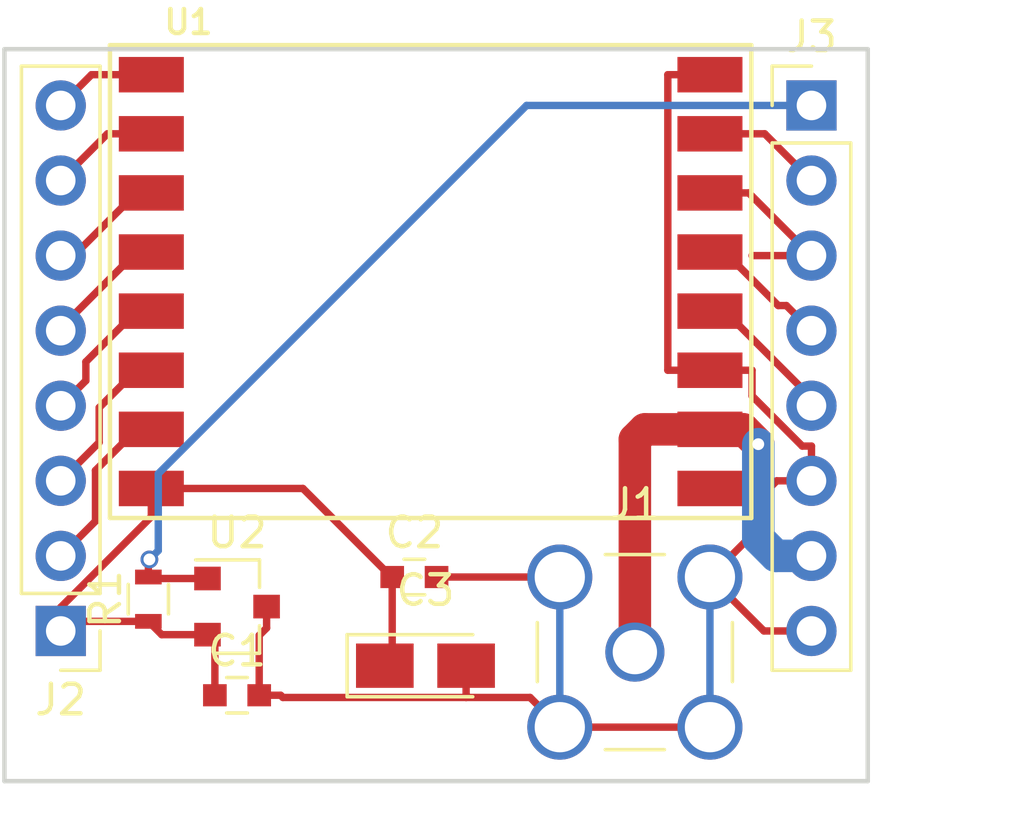
<source format=kicad_pcb>
(kicad_pcb (version 20171130) (host pcbnew "(5.1.12)-1")

  (general
    (thickness 1.6)
    (drawings 6)
    (tracks 97)
    (zones 0)
    (modules 9)
    (nets 16)
  )

  (page A4)
  (layers
    (0 F.Cu signal)
    (31 B.Cu signal)
    (32 B.Adhes user hide)
    (33 F.Adhes user hide)
    (34 B.Paste user hide)
    (35 F.Paste user hide)
    (36 B.SilkS user)
    (37 F.SilkS user)
    (38 B.Mask user)
    (39 F.Mask user)
    (40 Dwgs.User user)
    (41 Cmts.User user)
    (42 Eco1.User user)
    (43 Eco2.User user)
    (44 Edge.Cuts user)
    (45 Margin user)
    (46 B.CrtYd user)
    (47 F.CrtYd user)
    (48 B.Fab user)
    (49 F.Fab user)
  )

  (setup
    (last_trace_width 0.25)
    (trace_clearance 0.2)
    (zone_clearance 0.4)
    (zone_45_only no)
    (trace_min 0.2)
    (via_size 0.6)
    (via_drill 0.4)
    (via_min_size 0.4)
    (via_min_drill 0.3)
    (uvia_size 0.3)
    (uvia_drill 0.1)
    (uvias_allowed no)
    (uvia_min_size 0.2)
    (uvia_min_drill 0.1)
    (edge_width 0.15)
    (segment_width 0.2)
    (pcb_text_width 0.3)
    (pcb_text_size 1.5 1.5)
    (mod_edge_width 0.15)
    (mod_text_size 1 1)
    (mod_text_width 0.15)
    (pad_size 1.524 1.524)
    (pad_drill 0.762)
    (pad_to_mask_clearance 0.2)
    (aux_axis_origin 0 0)
    (visible_elements 7FFFFFFF)
    (pcbplotparams
      (layerselection 0x00030_80000001)
      (usegerberextensions false)
      (usegerberattributes true)
      (usegerberadvancedattributes true)
      (creategerberjobfile true)
      (excludeedgelayer true)
      (linewidth 0.100000)
      (plotframeref false)
      (viasonmask false)
      (mode 1)
      (useauxorigin false)
      (hpglpennumber 1)
      (hpglpenspeed 20)
      (hpglpendiameter 15.000000)
      (psnegative false)
      (psa4output false)
      (plotreference true)
      (plotvalue true)
      (plotinvisibletext false)
      (padsonsilk false)
      (subtractmaskfromsilk false)
      (outputformat 1)
      (mirror false)
      (drillshape 1)
      (scaleselection 1)
      (outputdirectory ""))
  )

  (net 0 "")
  (net 1 +3V3)
  (net 2 GND)
  (net 3 /ANA)
  (net 4 /RST)
  (net 5 /DIO0)
  (net 6 /DIO1)
  (net 7 /DIO2)
  (net 8 /DIO3)
  (net 9 /DIO4)
  (net 10 /DIO5)
  (net 11 /SCK)
  (net 12 /MISO)
  (net 13 /MOSI)
  (net 14 /NSS)
  (net 15 /ATSHA)

  (net_class Default "Dies ist die voreingestellte Netzklasse."
    (clearance 0.2)
    (trace_width 0.25)
    (via_dia 0.6)
    (via_drill 0.4)
    (uvia_dia 0.3)
    (uvia_drill 0.1)
    (add_net +3V3)
    (add_net /ATSHA)
    (add_net /DIO0)
    (add_net /DIO1)
    (add_net /DIO2)
    (add_net /DIO3)
    (add_net /DIO4)
    (add_net /DIO5)
    (add_net /MISO)
    (add_net /MOSI)
    (add_net /NSS)
    (add_net /RST)
    (add_net /SCK)
    (add_net GND)
  )

  (net_class ANT ""
    (clearance 0.2)
    (trace_width 1.1)
    (via_dia 0.6)
    (via_drill 0.4)
    (uvia_dia 0.3)
    (uvia_drill 0.1)
    (add_net /ANA)
  )

  (module Capacitors_SMD:C_0603 (layer F.Cu) (tedit 58AA844E) (tstamp 5907576C)
    (at 158.365 124.095)
    (descr "Capacitor SMD 0603, reflow soldering, AVX (see smccp.pdf)")
    (tags "capacitor 0603")
    (path /5907555C)
    (attr smd)
    (fp_text reference C1 (at 0 -1.5) (layer F.SilkS)
      (effects (font (size 1 1) (thickness 0.15)))
    )
    (fp_text value C (at 0 1.5) (layer F.Fab)
      (effects (font (size 1 1) (thickness 0.15)))
    )
    (fp_line (start 1.4 0.65) (end -1.4 0.65) (layer F.CrtYd) (width 0.05))
    (fp_line (start 1.4 0.65) (end 1.4 -0.65) (layer F.CrtYd) (width 0.05))
    (fp_line (start -1.4 -0.65) (end -1.4 0.65) (layer F.CrtYd) (width 0.05))
    (fp_line (start -1.4 -0.65) (end 1.4 -0.65) (layer F.CrtYd) (width 0.05))
    (fp_line (start 0.35 0.6) (end -0.35 0.6) (layer F.SilkS) (width 0.12))
    (fp_line (start -0.35 -0.6) (end 0.35 -0.6) (layer F.SilkS) (width 0.12))
    (fp_line (start -0.8 -0.4) (end 0.8 -0.4) (layer F.Fab) (width 0.1))
    (fp_line (start 0.8 -0.4) (end 0.8 0.4) (layer F.Fab) (width 0.1))
    (fp_line (start 0.8 0.4) (end -0.8 0.4) (layer F.Fab) (width 0.1))
    (fp_line (start -0.8 0.4) (end -0.8 -0.4) (layer F.Fab) (width 0.1))
    (fp_text user %R (at 0 -1.5) (layer F.Fab)
      (effects (font (size 1 1) (thickness 0.15)))
    )
    (pad 1 smd rect (at -0.75 0) (size 0.8 0.75) (layers F.Cu F.Paste F.Mask)
      (net 1 +3V3))
    (pad 2 smd rect (at 0.75 0) (size 0.8 0.75) (layers F.Cu F.Paste F.Mask)
      (net 2 GND))
    (model Capacitors_SMD.3dshapes/C_0603.wrl
      (at (xyz 0 0 0))
      (scale (xyz 1 1 1))
      (rotate (xyz 0 0 0))
    )
  )

  (module Capacitors_SMD:C_0603 (layer F.Cu) (tedit 58AA844E) (tstamp 59075772)
    (at 164.365 120.095)
    (descr "Capacitor SMD 0603, reflow soldering, AVX (see smccp.pdf)")
    (tags "capacitor 0603")
    (path /590755A0)
    (attr smd)
    (fp_text reference C2 (at 0 -1.5) (layer F.SilkS)
      (effects (font (size 1 1) (thickness 0.15)))
    )
    (fp_text value C (at 0 1.5) (layer F.Fab)
      (effects (font (size 1 1) (thickness 0.15)))
    )
    (fp_line (start 1.4 0.65) (end -1.4 0.65) (layer F.CrtYd) (width 0.05))
    (fp_line (start 1.4 0.65) (end 1.4 -0.65) (layer F.CrtYd) (width 0.05))
    (fp_line (start -1.4 -0.65) (end -1.4 0.65) (layer F.CrtYd) (width 0.05))
    (fp_line (start -1.4 -0.65) (end 1.4 -0.65) (layer F.CrtYd) (width 0.05))
    (fp_line (start 0.35 0.6) (end -0.35 0.6) (layer F.SilkS) (width 0.12))
    (fp_line (start -0.35 -0.6) (end 0.35 -0.6) (layer F.SilkS) (width 0.12))
    (fp_line (start -0.8 -0.4) (end 0.8 -0.4) (layer F.Fab) (width 0.1))
    (fp_line (start 0.8 -0.4) (end 0.8 0.4) (layer F.Fab) (width 0.1))
    (fp_line (start 0.8 0.4) (end -0.8 0.4) (layer F.Fab) (width 0.1))
    (fp_line (start -0.8 0.4) (end -0.8 -0.4) (layer F.Fab) (width 0.1))
    (fp_text user %R (at 0 -1.5) (layer F.Fab)
      (effects (font (size 1 1) (thickness 0.15)))
    )
    (pad 1 smd rect (at -0.75 0) (size 0.8 0.75) (layers F.Cu F.Paste F.Mask)
      (net 1 +3V3))
    (pad 2 smd rect (at 0.75 0) (size 0.8 0.75) (layers F.Cu F.Paste F.Mask)
      (net 2 GND))
    (model Capacitors_SMD.3dshapes/C_0603.wrl
      (at (xyz 0 0 0))
      (scale (xyz 1 1 1))
      (rotate (xyz 0 0 0))
    )
  )

  (module Capacitors_Tantalum_SMD:CP_Tantalum_Case-S_EIA-3216-12_Reflow (layer F.Cu) (tedit 57B6E980) (tstamp 59075778)
    (at 164.74 123.095)
    (descr "Tantalum capacitor, Case S, EIA 3216-12, 3.2x1.6x1.2mm, Reflow soldering footprint")
    (tags "capacitor tantalum smd")
    (path /590755C8)
    (attr smd)
    (fp_text reference C3 (at 0 -2.55) (layer F.SilkS)
      (effects (font (size 1 1) (thickness 0.15)))
    )
    (fp_text value CP (at 0 2.55) (layer F.Fab)
      (effects (font (size 1 1) (thickness 0.15)))
    )
    (fp_line (start -2.65 -1.05) (end -2.65 1.05) (layer F.SilkS) (width 0.12))
    (fp_line (start -2.65 1.05) (end 1.6 1.05) (layer F.SilkS) (width 0.12))
    (fp_line (start -2.65 -1.05) (end 1.6 -1.05) (layer F.SilkS) (width 0.12))
    (fp_line (start -1.12 -0.8) (end -1.12 0.8) (layer F.Fab) (width 0.1))
    (fp_line (start -1.28 -0.8) (end -1.28 0.8) (layer F.Fab) (width 0.1))
    (fp_line (start 1.6 -0.8) (end -1.6 -0.8) (layer F.Fab) (width 0.1))
    (fp_line (start 1.6 0.8) (end 1.6 -0.8) (layer F.Fab) (width 0.1))
    (fp_line (start -1.6 0.8) (end 1.6 0.8) (layer F.Fab) (width 0.1))
    (fp_line (start -1.6 -0.8) (end -1.6 0.8) (layer F.Fab) (width 0.1))
    (fp_line (start 2.75 -1.2) (end -2.75 -1.2) (layer F.CrtYd) (width 0.05))
    (fp_line (start 2.75 1.2) (end 2.75 -1.2) (layer F.CrtYd) (width 0.05))
    (fp_line (start -2.75 1.2) (end 2.75 1.2) (layer F.CrtYd) (width 0.05))
    (fp_line (start -2.75 -1.2) (end -2.75 1.2) (layer F.CrtYd) (width 0.05))
    (pad 1 smd rect (at -1.375 0) (size 1.95 1.5) (layers F.Cu F.Paste F.Mask)
      (net 1 +3V3))
    (pad 2 smd rect (at 1.375 0) (size 1.95 1.5) (layers F.Cu F.Paste F.Mask)
      (net 2 GND))
    (model Capacitors_Tantalum_SMD.3dshapes/CP_Tantalum_Case-S_EIA-3216-12.wrl
      (at (xyz 0 0 0))
      (scale (xyz 1 1 1))
      (rotate (xyz 0 0 0))
    )
  )

  (module Connect:SMA_THT_Jack_Straight (layer F.Cu) (tedit 59075CBC) (tstamp 59075781)
    (at 171.825 122.635)
    (descr "SMA pcb through hole jack")
    (tags "SMA THT Jack Straight")
    (path /59075B82)
    (fp_text reference J1 (at 0 -5) (layer F.SilkS)
      (effects (font (size 1 1) (thickness 0.15)))
    )
    (fp_text value CONN_COAXIAL (at 0 5) (layer F.Fab) hide
      (effects (font (size 1 1) (thickness 0.15)))
    )
    (fp_circle (center 0 0) (end 0.635 0) (layer F.Fab) (width 0.1))
    (fp_circle (center 0 0) (end 2.04 0) (layer F.Fab) (width 0.1))
    (fp_line (start 2.03 3.05) (end 3.05 3.05) (layer F.Fab) (width 0.1))
    (fp_line (start 3.05 2.03) (end 3.05 3.05) (layer F.Fab) (width 0.1))
    (fp_line (start -3.05 3.05) (end -3.05 2.03) (layer F.Fab) (width 0.1))
    (fp_line (start -3.05 3.05) (end -2.03 3.05) (layer F.Fab) (width 0.1))
    (fp_line (start -3.05 -3.05) (end -2.03 -3.05) (layer F.Fab) (width 0.1))
    (fp_line (start -3.05 -3.05) (end -3.05 -2.03) (layer F.Fab) (width 0.1))
    (fp_line (start 3.05 -3.05) (end 3.05 -2.03) (layer F.Fab) (width 0.1))
    (fp_line (start 4.14 4.14) (end -4.14 4.14) (layer F.CrtYd) (width 0.05))
    (fp_line (start 4.14 4.14) (end 4.14 -4.14) (layer F.CrtYd) (width 0.05))
    (fp_line (start -4.14 -4.14) (end -4.14 4.14) (layer F.CrtYd) (width 0.05))
    (fp_line (start -4.14 -4.14) (end 4.14 -4.14) (layer F.CrtYd) (width 0.05))
    (fp_line (start 2.03 2.03) (end 2.03 3.05) (layer F.Fab) (width 0.1))
    (fp_line (start 3.05 2.03) (end 2.03 2.03) (layer F.Fab) (width 0.1))
    (fp_line (start 2.03 -2.03) (end 3.05 -2.03) (layer F.Fab) (width 0.1))
    (fp_line (start 2.03 -3.05) (end 2.03 -2.03) (layer F.Fab) (width 0.1))
    (fp_line (start -3.05 2.03) (end -2.03 2.03) (layer F.Fab) (width 0.1))
    (fp_line (start -2.03 2.03) (end -2.03 3.05) (layer F.Fab) (width 0.1))
    (fp_line (start -3.05 -2.03) (end -2.03 -2.03) (layer F.Fab) (width 0.1))
    (fp_line (start -2.03 -3.05) (end -2.03 -2.03) (layer F.Fab) (width 0.1))
    (fp_line (start -3.17 -3.17) (end 3.17 -3.17) (layer F.Fab) (width 0.1))
    (fp_line (start -3.17 -3.17) (end -3.17 3.17) (layer F.Fab) (width 0.1))
    (fp_line (start -3.17 3.17) (end 3.17 3.17) (layer F.Fab) (width 0.1))
    (fp_line (start 3.17 -3.17) (end 3.17 3.17) (layer F.Fab) (width 0.1))
    (fp_line (start -3.3 -1) (end -3.3 1) (layer F.SilkS) (width 0.12))
    (fp_line (start 3.3 -1) (end 3.3 1) (layer F.SilkS) (width 0.12))
    (fp_line (start -1 3.3) (end 1 3.3) (layer F.SilkS) (width 0.12))
    (fp_line (start -1 -3.3) (end 1 -3.3) (layer F.SilkS) (width 0.12))
    (fp_line (start 2.03 -3.05) (end 3.05 -3.05) (layer F.Fab) (width 0.1))
    (fp_text user %R (at 0 -5) (layer F.Fab)
      (effects (font (size 1 1) (thickness 0.15)))
    )
    (pad 2 thru_hole circle (at -2.54 2.54) (size 2.2 2.2) (drill 1.7) (layers *.Cu *.Mask)
      (net 2 GND))
    (pad 2 thru_hole circle (at -2.54 -2.54) (size 2.2 2.2) (drill 1.7) (layers *.Cu *.Mask)
      (net 2 GND))
    (pad 2 thru_hole circle (at 2.54 -2.54) (size 2.2 2.2) (drill 1.7) (layers *.Cu *.Mask)
      (net 2 GND))
    (pad 2 thru_hole circle (at 2.54 2.54) (size 2.2 2.2) (drill 1.7) (layers *.Cu *.Mask)
      (net 2 GND))
    (pad 1 thru_hole circle (at 0 0) (size 2 2) (drill 1.5) (layers *.Cu *.Mask)
      (net 3 /ANA))
  )

  (module Pin_Headers:Pin_Header_Straight_1x08_Pitch2.54mm (layer F.Cu) (tedit 59075CBF) (tstamp 5907578D)
    (at 152.4 121.92 180)
    (descr "Through hole straight pin header, 1x08, 2.54mm pitch, single row")
    (tags "Through hole pin header THT 1x08 2.54mm single row")
    (path /5907591C)
    (fp_text reference J2 (at 0 -2.33 180) (layer F.SilkS)
      (effects (font (size 1 1) (thickness 0.15)))
    )
    (fp_text value CONN_01X08 (at 0 20.11 180) (layer F.Fab) hide
      (effects (font (size 1 1) (thickness 0.15)))
    )
    (fp_line (start 1.8 -1.8) (end -1.8 -1.8) (layer F.CrtYd) (width 0.05))
    (fp_line (start 1.8 19.55) (end 1.8 -1.8) (layer F.CrtYd) (width 0.05))
    (fp_line (start -1.8 19.55) (end 1.8 19.55) (layer F.CrtYd) (width 0.05))
    (fp_line (start -1.8 -1.8) (end -1.8 19.55) (layer F.CrtYd) (width 0.05))
    (fp_line (start -1.33 -1.33) (end 0 -1.33) (layer F.SilkS) (width 0.12))
    (fp_line (start -1.33 0) (end -1.33 -1.33) (layer F.SilkS) (width 0.12))
    (fp_line (start 1.33 1.27) (end -1.33 1.27) (layer F.SilkS) (width 0.12))
    (fp_line (start 1.33 19.11) (end 1.33 1.27) (layer F.SilkS) (width 0.12))
    (fp_line (start -1.33 19.11) (end 1.33 19.11) (layer F.SilkS) (width 0.12))
    (fp_line (start -1.33 1.27) (end -1.33 19.11) (layer F.SilkS) (width 0.12))
    (fp_line (start 1.27 -1.27) (end -1.27 -1.27) (layer F.Fab) (width 0.1))
    (fp_line (start 1.27 19.05) (end 1.27 -1.27) (layer F.Fab) (width 0.1))
    (fp_line (start -1.27 19.05) (end 1.27 19.05) (layer F.Fab) (width 0.1))
    (fp_line (start -1.27 -1.27) (end -1.27 19.05) (layer F.Fab) (width 0.1))
    (fp_text user %R (at 0 -2.33 180) (layer F.Fab)
      (effects (font (size 1 1) (thickness 0.15)))
    )
    (pad 1 thru_hole rect (at 0 0 180) (size 1.7 1.7) (drill 1) (layers *.Cu *.Mask)
      (net 1 +3V3))
    (pad 2 thru_hole oval (at 0 2.54 180) (size 1.7 1.7) (drill 1) (layers *.Cu *.Mask)
      (net 10 /DIO5))
    (pad 3 thru_hole oval (at 0 5.08 180) (size 1.7 1.7) (drill 1) (layers *.Cu *.Mask)
      (net 9 /DIO4))
    (pad 4 thru_hole oval (at 0 7.62 180) (size 1.7 1.7) (drill 1) (layers *.Cu *.Mask)
      (net 8 /DIO3))
    (pad 5 thru_hole oval (at 0 10.16 180) (size 1.7 1.7) (drill 1) (layers *.Cu *.Mask)
      (net 7 /DIO2))
    (pad 6 thru_hole oval (at 0 12.7 180) (size 1.7 1.7) (drill 1) (layers *.Cu *.Mask)
      (net 6 /DIO1))
    (pad 7 thru_hole oval (at 0 15.24 180) (size 1.7 1.7) (drill 1) (layers *.Cu *.Mask)
      (net 5 /DIO0))
    (pad 8 thru_hole oval (at 0 17.78 180) (size 1.7 1.7) (drill 1) (layers *.Cu *.Mask)
      (net 4 /RST))
    (model ${KISYS3DMOD}/Pin_Headers.3dshapes/Pin_Header_Straight_1x08_Pitch2.54mm.wrl
      (offset (xyz 0 -8.889999866485596 0))
      (scale (xyz 1 1 1))
      (rotate (xyz 0 0 90))
    )
  )

  (module Pin_Headers:Pin_Header_Straight_1x08_Pitch2.54mm (layer F.Cu) (tedit 59075CBA) (tstamp 59075799)
    (at 177.8 104.14)
    (descr "Through hole straight pin header, 1x08, 2.54mm pitch, single row")
    (tags "Through hole pin header THT 1x08 2.54mm single row")
    (path /59075F9E)
    (fp_text reference J3 (at 0 -2.33) (layer F.SilkS)
      (effects (font (size 1 1) (thickness 0.15)))
    )
    (fp_text value CONN_01X08 (at 0 20.11) (layer F.Fab) hide
      (effects (font (size 1 1) (thickness 0.15)))
    )
    (fp_line (start 1.8 -1.8) (end -1.8 -1.8) (layer F.CrtYd) (width 0.05))
    (fp_line (start 1.8 19.55) (end 1.8 -1.8) (layer F.CrtYd) (width 0.05))
    (fp_line (start -1.8 19.55) (end 1.8 19.55) (layer F.CrtYd) (width 0.05))
    (fp_line (start -1.8 -1.8) (end -1.8 19.55) (layer F.CrtYd) (width 0.05))
    (fp_line (start -1.33 -1.33) (end 0 -1.33) (layer F.SilkS) (width 0.12))
    (fp_line (start -1.33 0) (end -1.33 -1.33) (layer F.SilkS) (width 0.12))
    (fp_line (start 1.33 1.27) (end -1.33 1.27) (layer F.SilkS) (width 0.12))
    (fp_line (start 1.33 19.11) (end 1.33 1.27) (layer F.SilkS) (width 0.12))
    (fp_line (start -1.33 19.11) (end 1.33 19.11) (layer F.SilkS) (width 0.12))
    (fp_line (start -1.33 1.27) (end -1.33 19.11) (layer F.SilkS) (width 0.12))
    (fp_line (start 1.27 -1.27) (end -1.27 -1.27) (layer F.Fab) (width 0.1))
    (fp_line (start 1.27 19.05) (end 1.27 -1.27) (layer F.Fab) (width 0.1))
    (fp_line (start -1.27 19.05) (end 1.27 19.05) (layer F.Fab) (width 0.1))
    (fp_line (start -1.27 -1.27) (end -1.27 19.05) (layer F.Fab) (width 0.1))
    (fp_text user %R (at 0 -2.33) (layer F.Fab)
      (effects (font (size 1 1) (thickness 0.15)))
    )
    (pad 1 thru_hole rect (at 0 0) (size 1.7 1.7) (drill 1) (layers *.Cu *.Mask)
      (net 15 /ATSHA))
    (pad 2 thru_hole oval (at 0 2.54) (size 1.7 1.7) (drill 1) (layers *.Cu *.Mask)
      (net 14 /NSS))
    (pad 3 thru_hole oval (at 0 5.08) (size 1.7 1.7) (drill 1) (layers *.Cu *.Mask)
      (net 13 /MOSI))
    (pad 4 thru_hole oval (at 0 7.62) (size 1.7 1.7) (drill 1) (layers *.Cu *.Mask)
      (net 12 /MISO))
    (pad 5 thru_hole oval (at 0 10.16) (size 1.7 1.7) (drill 1) (layers *.Cu *.Mask)
      (net 11 /SCK))
    (pad 6 thru_hole oval (at 0 12.7) (size 1.7 1.7) (drill 1) (layers *.Cu *.Mask)
      (net 2 GND))
    (pad 7 thru_hole oval (at 0 15.24) (size 1.7 1.7) (drill 1) (layers *.Cu *.Mask)
      (net 3 /ANA))
    (pad 8 thru_hole oval (at 0 17.78) (size 1.7 1.7) (drill 1) (layers *.Cu *.Mask)
      (net 2 GND))
    (model ${KISYS3DMOD}/Pin_Headers.3dshapes/Pin_Header_Straight_1x08_Pitch2.54mm.wrl
      (offset (xyz 0 -8.889999866485596 0))
      (scale (xyz 1 1 1))
      (rotate (xyz 0 0 90))
    )
  )

  (module Resistors_SMD:R_0603 (layer F.Cu) (tedit 58E0A804) (tstamp 5907579F)
    (at 155.365 120.845 90)
    (descr "Resistor SMD 0603, reflow soldering, Vishay (see dcrcw.pdf)")
    (tags "resistor 0603")
    (path /59075AF7)
    (attr smd)
    (fp_text reference R1 (at 0 -1.45 90) (layer F.SilkS)
      (effects (font (size 1 1) (thickness 0.15)))
    )
    (fp_text value R (at 0 1.5 90) (layer F.Fab)
      (effects (font (size 1 1) (thickness 0.15)))
    )
    (fp_line (start 1.25 0.7) (end -1.25 0.7) (layer F.CrtYd) (width 0.05))
    (fp_line (start 1.25 0.7) (end 1.25 -0.7) (layer F.CrtYd) (width 0.05))
    (fp_line (start -1.25 -0.7) (end -1.25 0.7) (layer F.CrtYd) (width 0.05))
    (fp_line (start -1.25 -0.7) (end 1.25 -0.7) (layer F.CrtYd) (width 0.05))
    (fp_line (start -0.5 -0.68) (end 0.5 -0.68) (layer F.SilkS) (width 0.12))
    (fp_line (start 0.5 0.68) (end -0.5 0.68) (layer F.SilkS) (width 0.12))
    (fp_line (start -0.8 -0.4) (end 0.8 -0.4) (layer F.Fab) (width 0.1))
    (fp_line (start 0.8 -0.4) (end 0.8 0.4) (layer F.Fab) (width 0.1))
    (fp_line (start 0.8 0.4) (end -0.8 0.4) (layer F.Fab) (width 0.1))
    (fp_line (start -0.8 0.4) (end -0.8 -0.4) (layer F.Fab) (width 0.1))
    (fp_text user %R (at 0 0 90) (layer F.Fab)
      (effects (font (size 0.5 0.5) (thickness 0.075)))
    )
    (pad 1 smd rect (at -0.75 0 90) (size 0.5 0.9) (layers F.Cu F.Paste F.Mask)
      (net 1 +3V3))
    (pad 2 smd rect (at 0.75 0 90) (size 0.5 0.9) (layers F.Cu F.Paste F.Mask)
      (net 15 /ATSHA))
    (model ${KISYS3DMOD}/Resistors_SMD.3dshapes/R_0603.wrl
      (at (xyz 0 0 0))
      (scale (xyz 1 1 1))
      (rotate (xyz 0 0 0))
    )
  )

  (module mysensors_radios:RFM69HW_SMD (layer F.Cu) (tedit 558806EF) (tstamp 590757B3)
    (at 156.465 103.099)
    (descr RFM69HW)
    (tags "RFM69HW, RF69")
    (path /590754A5)
    (fp_text reference U1 (at 0.254 -1.778) (layer F.SilkS)
      (effects (font (size 0.8 0.8) (thickness 0.16)))
    )
    (fp_text value RFM69HW (at 8.382 7.112) (layer F.Fab) hide
      (effects (font (size 0.8 0.8) (thickness 0.16)))
    )
    (fp_line (start -2.4 -1) (end 19.3 -1) (layer B.CrtYd) (width 0.15))
    (fp_line (start -2.4 15) (end 19.3 15) (layer B.CrtYd) (width 0.15))
    (fp_line (start -2.4 -1) (end -2.4 15) (layer B.CrtYd) (width 0.15))
    (fp_line (start 19.3 -1) (end 19.3 15) (layer B.CrtYd) (width 0.15))
    (fp_line (start -2.4 -1) (end 19.3 -1) (layer F.CrtYd) (width 0.15))
    (fp_line (start -2.4 -1) (end -2.4 15) (layer F.CrtYd) (width 0.15))
    (fp_line (start 19.3 -1) (end 19.3 15) (layer F.CrtYd) (width 0.15))
    (fp_line (start -2.4 15) (end 19.3 15) (layer F.CrtYd) (width 0.15))
    (fp_line (start -2.4 -1) (end 19.3 -1) (layer F.SilkS) (width 0.15))
    (fp_line (start 19.3 -1) (end 19.3 15) (layer F.SilkS) (width 0.15))
    (fp_line (start 19.3 15) (end -2.4 15) (layer F.SilkS) (width 0.15))
    (fp_line (start -2.4 15) (end -2.4 -1) (layer F.SilkS) (width 0.15))
    (pad 1 smd rect (at -1 0) (size 2.2 1.2) (layers F.Cu F.Paste F.Mask)
      (net 4 /RST))
    (pad 2 smd rect (at -1 2) (size 2.2 1.2) (layers F.Cu F.Paste F.Mask)
      (net 5 /DIO0))
    (pad 3 smd rect (at -1 4) (size 2.2 1.2) (layers F.Cu F.Paste F.Mask)
      (net 6 /DIO1))
    (pad 4 smd rect (at -1 6) (size 2.2 1.2) (layers F.Cu F.Paste F.Mask)
      (net 7 /DIO2))
    (pad 5 smd rect (at -1 8) (size 2.2 1.2) (layers F.Cu F.Paste F.Mask)
      (net 8 /DIO3))
    (pad 6 smd rect (at -1 10) (size 2.2 1.2) (layers F.Cu F.Paste F.Mask)
      (net 9 /DIO4))
    (pad 7 smd rect (at -1 12) (size 2.2 1.2) (layers F.Cu F.Paste F.Mask)
      (net 10 /DIO5))
    (pad 8 smd rect (at -1 14) (size 2.2 1.2) (layers F.Cu F.Paste F.Mask)
      (net 1 +3V3))
    (pad 9 smd rect (at 17.9 14) (size 2.2 1.2) (layers F.Cu F.Paste F.Mask)
      (net 2 GND))
    (pad 10 smd rect (at 17.9 12) (size 2.2 1.2) (layers F.Cu F.Paste F.Mask)
      (net 3 /ANA))
    (pad 11 smd rect (at 17.9 10) (size 2.2 1.2) (layers F.Cu F.Paste F.Mask)
      (net 2 GND))
    (pad 12 smd rect (at 17.9 8) (size 2.2 1.2) (layers F.Cu F.Paste F.Mask)
      (net 11 /SCK))
    (pad 13 smd rect (at 17.9 6) (size 2.2 1.2) (layers F.Cu F.Paste F.Mask)
      (net 12 /MISO))
    (pad 14 smd rect (at 17.9 4) (size 2.2 1.2) (layers F.Cu F.Paste F.Mask)
      (net 13 /MOSI))
    (pad 15 smd rect (at 17.9 2) (size 2.2 1.2) (layers F.Cu F.Paste F.Mask)
      (net 14 /NSS))
    (pad 16 smd rect (at 17.9 0) (size 2.2 1.2) (layers F.Cu F.Paste F.Mask)
      (net 2 GND))
    (model ${MYSLOCAL}/mysensors.3dshapes/mysensors_radios.3dshapes/rfm69hw.wrl
      (offset (xyz 8.432799873352051 -6.984999895095826 0.7619999885559082))
      (scale (xyz 0.395 0.395 0.395))
      (rotate (xyz 0 0 180))
    )
    (model Crystals.3dshapes/crystal_FA238-TSX3225.wrl
      (offset (xyz 8.432799873352051 -2.031999969482422 1.523999977111816))
      (scale (xyz 0.24 0.24 0.24))
      (rotate (xyz 0 0 90))
    )
    (model Housings_DFN_QFN.3dshapes/QFN-28-1EP_5x5mm_Pitch0.5mm.wrl
      (offset (xyz 5.181599922180175 -11.30299983024597 1.523999977111816))
      (scale (xyz 1 1 1))
      (rotate (xyz 0 0 0))
    )
  )

  (module TO_SOT_Packages_SMD:SOT-23 (layer F.Cu) (tedit 58CE4E7E) (tstamp 590757BA)
    (at 158.365 121.095)
    (descr "SOT-23, Standard")
    (tags SOT-23)
    (path /5907546A)
    (attr smd)
    (fp_text reference U2 (at 0 -2.5) (layer F.SilkS)
      (effects (font (size 1 1) (thickness 0.15)))
    )
    (fp_text value ATSHA204A (at -3 2 90) (layer F.Fab)
      (effects (font (size 1 1) (thickness 0.15)))
    )
    (fp_line (start 0.76 1.58) (end -0.7 1.58) (layer F.SilkS) (width 0.12))
    (fp_line (start 0.76 -1.58) (end -1.4 -1.58) (layer F.SilkS) (width 0.12))
    (fp_line (start -1.7 1.75) (end -1.7 -1.75) (layer F.CrtYd) (width 0.05))
    (fp_line (start 1.7 1.75) (end -1.7 1.75) (layer F.CrtYd) (width 0.05))
    (fp_line (start 1.7 -1.75) (end 1.7 1.75) (layer F.CrtYd) (width 0.05))
    (fp_line (start -1.7 -1.75) (end 1.7 -1.75) (layer F.CrtYd) (width 0.05))
    (fp_line (start 0.76 -1.58) (end 0.76 -0.65) (layer F.SilkS) (width 0.12))
    (fp_line (start 0.76 1.58) (end 0.76 0.65) (layer F.SilkS) (width 0.12))
    (fp_line (start -0.7 1.52) (end 0.7 1.52) (layer F.Fab) (width 0.1))
    (fp_line (start 0.7 -1.52) (end 0.7 1.52) (layer F.Fab) (width 0.1))
    (fp_line (start -0.7 -0.95) (end -0.15 -1.52) (layer F.Fab) (width 0.1))
    (fp_line (start -0.15 -1.52) (end 0.7 -1.52) (layer F.Fab) (width 0.1))
    (fp_line (start -0.7 -0.95) (end -0.7 1.5) (layer F.Fab) (width 0.1))
    (fp_text user %R (at 0 0) (layer F.Fab)
      (effects (font (size 0.5 0.5) (thickness 0.075)))
    )
    (pad 1 smd rect (at -1 -0.95) (size 0.9 0.8) (layers F.Cu F.Paste F.Mask)
      (net 15 /ATSHA))
    (pad 2 smd rect (at -1 0.95) (size 0.9 0.8) (layers F.Cu F.Paste F.Mask)
      (net 1 +3V3))
    (pad 3 smd rect (at 1 0) (size 0.9 0.8) (layers F.Cu F.Paste F.Mask)
      (net 2 GND))
    (model ${KISYS3DMOD}/TO_SOT_Packages_SMD.3dshapes/SOT-23.wrl
      (at (xyz 0 0 0))
      (scale (xyz 1 1 1))
      (rotate (xyz 0 0 0))
    )
  )

  (dimension 24.765 (width 0.3) (layer Eco1.User)
    (gr_text "24,765 mm" (at 182.325 114.6175 270) (layer Eco1.User)
      (effects (font (size 1.5 1.5) (thickness 0.3)))
    )
    (feature1 (pts (xy 179.705 127) (xy 183.675 127)))
    (feature2 (pts (xy 179.705 102.235) (xy 183.675 102.235)))
    (crossbar (pts (xy 180.975 102.235) (xy 180.975 127)))
    (arrow1a (pts (xy 180.975 127) (xy 180.388579 125.873496)))
    (arrow1b (pts (xy 180.975 127) (xy 181.561421 125.873496)))
    (arrow2a (pts (xy 180.975 102.235) (xy 180.388579 103.361504)))
    (arrow2b (pts (xy 180.975 102.235) (xy 181.561421 103.361504)))
  )
  (dimension 29.21 (width 0.3) (layer Eco1.User)
    (gr_text "29,210 mm" (at 165.1 129.62) (layer Eco1.User)
      (effects (font (size 1.5 1.5) (thickness 0.3)))
    )
    (feature1 (pts (xy 150.495 127) (xy 150.495 130.97)))
    (feature2 (pts (xy 179.705 127) (xy 179.705 130.97)))
    (crossbar (pts (xy 179.705 128.27) (xy 150.495 128.27)))
    (arrow1a (pts (xy 150.495 128.27) (xy 151.621504 127.683579)))
    (arrow1b (pts (xy 150.495 128.27) (xy 151.621504 128.856421)))
    (arrow2a (pts (xy 179.705 128.27) (xy 178.578496 127.683579)))
    (arrow2b (pts (xy 179.705 128.27) (xy 178.578496 128.856421)))
  )
  (gr_line (start 179.705 127) (end 179.705 102.235) (layer Edge.Cuts) (width 0.15))
  (gr_line (start 150.495 127) (end 179.705 127) (layer Edge.Cuts) (width 0.15))
  (gr_line (start 150.495 102.235) (end 150.495 127) (layer Edge.Cuts) (width 0.15))
  (gr_line (start 179.705 102.235) (end 150.495 102.235) (layer Edge.Cuts) (width 0.15))

  (segment (start 155.465 117.099) (end 155.465 118.054) (width 0.25) (layer F.Cu) (net 1))
  (segment (start 155.465 118.054) (end 152.4 121.119) (width 0.25) (layer F.Cu) (net 1))
  (segment (start 152.4 121.119) (end 152.4 121.92) (width 0.25) (layer F.Cu) (net 1))
  (segment (start 163.615 120.095) (end 163.615 122.845) (width 0.25) (layer F.Cu) (net 1))
  (segment (start 163.615 122.845) (end 163.365 123.095) (width 0.25) (layer F.Cu) (net 1))
  (segment (start 163.615 120.095) (end 163.59 120.095) (width 0.25) (layer F.Cu) (net 1))
  (segment (start 163.59 120.095) (end 160.594 117.099) (width 0.25) (layer F.Cu) (net 1))
  (segment (start 160.594 117.099) (end 155.465 117.099) (width 0.25) (layer F.Cu) (net 1))
  (segment (start 157.615 124.095) (end 157.615 122.295) (width 0.25) (layer F.Cu) (net 1))
  (segment (start 157.615 122.295) (end 157.365 122.045) (width 0.25) (layer F.Cu) (net 1))
  (segment (start 157.365 122.045) (end 155.815 122.045) (width 0.25) (layer F.Cu) (net 1))
  (segment (start 155.815 122.045) (end 155.365 121.595) (width 0.25) (layer F.Cu) (net 1))
  (segment (start 155.365 121.595) (end 152.725 121.595) (width 0.25) (layer F.Cu) (net 1))
  (segment (start 152.725 121.595) (end 152.4 121.92) (width 0.25) (layer F.Cu) (net 1))
  (segment (start 159.115 124.095) (end 159.8401 124.095) (width 0.25) (layer F.Cu) (net 2))
  (segment (start 166.115 124.1701) (end 159.9152 124.1701) (width 0.25) (layer F.Cu) (net 2))
  (segment (start 159.9152 124.1701) (end 159.8401 124.095) (width 0.25) (layer F.Cu) (net 2))
  (segment (start 166.115 124.0575) (end 166.115 124.1701) (width 0.25) (layer F.Cu) (net 2))
  (segment (start 166.115 123.095) (end 166.115 124.0575) (width 0.25) (layer F.Cu) (net 2))
  (segment (start 166.115 124.1701) (end 168.2801 124.1701) (width 0.25) (layer F.Cu) (net 2))
  (segment (start 168.2801 124.1701) (end 169.285 125.175) (width 0.25) (layer F.Cu) (net 2))
  (segment (start 169.285 125.175) (end 169.285 120.095) (width 0.25) (layer B.Cu) (net 2))
  (segment (start 169.285 120.095) (end 165.115 120.095) (width 0.25) (layer F.Cu) (net 2))
  (segment (start 174.365 125.175) (end 169.285 125.175) (width 0.25) (layer F.Cu) (net 2))
  (segment (start 174.365 125.175) (end 174.365 120.095) (width 0.25) (layer B.Cu) (net 2))
  (segment (start 175.7901 117.099) (end 176.3659 117.099) (width 0.25) (layer F.Cu) (net 2))
  (segment (start 176.3659 117.099) (end 176.6249 116.84) (width 0.25) (layer F.Cu) (net 2))
  (segment (start 174.365 117.099) (end 175.7901 117.099) (width 0.25) (layer F.Cu) (net 2))
  (segment (start 175.7901 117.099) (end 175.7901 118.6699) (width 0.25) (layer F.Cu) (net 2))
  (segment (start 175.7901 118.6699) (end 174.365 120.095) (width 0.25) (layer F.Cu) (net 2))
  (segment (start 177.8 121.92) (end 176.19 121.92) (width 0.25) (layer F.Cu) (net 2))
  (segment (start 176.19 121.92) (end 174.365 120.095) (width 0.25) (layer F.Cu) (net 2))
  (segment (start 177.8 116.84) (end 176.6249 116.84) (width 0.25) (layer F.Cu) (net 2))
  (segment (start 177.8 116.84) (end 177.8 115.6649) (width 0.25) (layer F.Cu) (net 2))
  (segment (start 174.365 113.099) (end 175.7901 113.099) (width 0.25) (layer F.Cu) (net 2))
  (segment (start 175.7901 113.099) (end 175.7901 113.9671) (width 0.25) (layer F.Cu) (net 2))
  (segment (start 175.7901 113.9671) (end 177.4879 115.6649) (width 0.25) (layer F.Cu) (net 2))
  (segment (start 177.4879 115.6649) (end 177.8 115.6649) (width 0.25) (layer F.Cu) (net 2))
  (segment (start 174.315 113.099) (end 174.365 113.099) (width 0.25) (layer F.Cu) (net 2))
  (segment (start 174.315 113.099) (end 172.9399 113.099) (width 0.25) (layer F.Cu) (net 2))
  (segment (start 174.365 103.099) (end 172.9399 103.099) (width 0.25) (layer F.Cu) (net 2))
  (segment (start 172.9399 103.099) (end 172.9399 113.099) (width 0.25) (layer F.Cu) (net 2))
  (segment (start 159.365 121.095) (end 159.365 121.8201) (width 0.25) (layer F.Cu) (net 2))
  (segment (start 159.365 121.8201) (end 159.115 122.0701) (width 0.25) (layer F.Cu) (net 2))
  (segment (start 159.115 122.0701) (end 159.115 124.095) (width 0.25) (layer F.Cu) (net 2))
  (segment (start 171.825 122.635) (end 171.825 115.439) (width 1.1) (layer F.Cu) (net 3))
  (segment (start 171.825 115.439) (end 172.165 115.099) (width 1.1) (layer F.Cu) (net 3))
  (segment (start 172.165 115.099) (end 174.365 115.099) (width 1.1) (layer F.Cu) (net 3))
  (segment (start 174.365 115.099) (end 175.499 115.099) (width 1.1) (layer F.Cu) (net 3))
  (segment (start 175.499 115.099) (end 176 115.6) (width 1.1) (layer F.Cu) (net 3))
  (segment (start 177.8 119.38) (end 176.598 119.38) (width 1.1) (layer B.Cu) (net 3))
  (segment (start 176.598 119.38) (end 176 118.782) (width 1.1) (layer B.Cu) (net 3))
  (segment (start 176 118.782) (end 176 115.6) (width 1.1) (layer B.Cu) (net 3))
  (via (at 176 115.6) (size 0.6) (layers F.Cu B.Cu) (net 3))
  (segment (start 155.465 103.099) (end 153.441 103.099) (width 0.25) (layer F.Cu) (net 4))
  (segment (start 153.441 103.099) (end 152.4 104.14) (width 0.25) (layer F.Cu) (net 4))
  (segment (start 155.465 105.099) (end 153.981 105.099) (width 0.25) (layer F.Cu) (net 5))
  (segment (start 153.981 105.099) (end 152.4 106.68) (width 0.25) (layer F.Cu) (net 5))
  (segment (start 155.465 107.099) (end 154.965 107.099) (width 0.25) (layer F.Cu) (net 6))
  (segment (start 154.965 107.099) (end 152.844 109.22) (width 0.25) (layer F.Cu) (net 6))
  (segment (start 152.844 109.22) (end 152.4 109.22) (width 0.25) (layer F.Cu) (net 6))
  (segment (start 155.465 109.099) (end 154.965 109.099) (width 0.25) (layer F.Cu) (net 7))
  (segment (start 154.965 109.099) (end 152.4 111.664) (width 0.25) (layer F.Cu) (net 7))
  (segment (start 152.4 111.664) (end 152.4 111.76) (width 0.25) (layer F.Cu) (net 7))
  (segment (start 155.465 111.099) (end 154.965 111.099) (width 0.25) (layer F.Cu) (net 8))
  (segment (start 154.965 111.099) (end 153.25 112.814) (width 0.25) (layer F.Cu) (net 8))
  (segment (start 153.25 112.814) (end 153.25 113.45) (width 0.25) (layer F.Cu) (net 8))
  (segment (start 153.25 113.45) (end 152.4 114.3) (width 0.25) (layer F.Cu) (net 8))
  (segment (start 155.465 113.099) (end 154.965 113.099) (width 0.25) (layer F.Cu) (net 9))
  (segment (start 154.965 113.099) (end 153.7 114.364) (width 0.25) (layer F.Cu) (net 9))
  (segment (start 153.7 114.364) (end 153.7 115.54) (width 0.25) (layer F.Cu) (net 9))
  (segment (start 153.7 115.54) (end 152.4 116.84) (width 0.25) (layer F.Cu) (net 9))
  (segment (start 155.465 115.099) (end 154.965 115.099) (width 0.25) (layer F.Cu) (net 10))
  (segment (start 154.965 115.099) (end 153.575 116.489) (width 0.25) (layer F.Cu) (net 10))
  (segment (start 153.575 116.489) (end 153.575 118.205) (width 0.25) (layer F.Cu) (net 10))
  (segment (start 153.575 118.205) (end 152.4 119.38) (width 0.25) (layer F.Cu) (net 10))
  (segment (start 174.365 111.099) (end 174.865 111.099) (width 0.25) (layer F.Cu) (net 11))
  (segment (start 174.865 111.099) (end 177.8 114.034) (width 0.25) (layer F.Cu) (net 11))
  (segment (start 177.8 114.034) (end 177.8 114.3) (width 0.25) (layer F.Cu) (net 11))
  (segment (start 174.365 109.099) (end 174.865 109.099) (width 0.25) (layer F.Cu) (net 12))
  (segment (start 174.865 109.099) (end 176.676 110.91) (width 0.25) (layer F.Cu) (net 12))
  (segment (start 176.676 110.91) (end 176.95 110.91) (width 0.25) (layer F.Cu) (net 12))
  (segment (start 176.95 110.91) (end 177.8 111.76) (width 0.25) (layer F.Cu) (net 12))
  (segment (start 174.365 107.099) (end 175.679 107.099) (width 0.25) (layer F.Cu) (net 13))
  (segment (start 175.679 107.099) (end 177.8 109.22) (width 0.25) (layer F.Cu) (net 13))
  (segment (start 177.8 109.22) (end 175.79 109.22) (width 0.25) (layer F.Cu) (net 13))
  (segment (start 174.365 105.099) (end 176.219 105.099) (width 0.25) (layer F.Cu) (net 14))
  (segment (start 176.219 105.099) (end 177.8 106.68) (width 0.25) (layer F.Cu) (net 14))
  (segment (start 155.365 120.095) (end 155.365 119.535) (width 0.25) (layer F.Cu) (net 15))
  (segment (start 155.365 119.535) (end 155.4 119.5) (width 0.25) (layer F.Cu) (net 15))
  (segment (start 155.4 119.5) (end 155.7 119.2) (width 0.25) (layer B.Cu) (net 15))
  (segment (start 155.7 119.2) (end 155.7 116.6) (width 0.25) (layer B.Cu) (net 15))
  (segment (start 155.7 116.6) (end 168.16 104.14) (width 0.25) (layer B.Cu) (net 15))
  (segment (start 168.16 104.14) (end 177.8 104.14) (width 0.25) (layer B.Cu) (net 15))
  (segment (start 157.365 120.145) (end 155.415 120.145) (width 0.25) (layer F.Cu) (net 15))
  (segment (start 155.415 120.145) (end 155.365 120.095) (width 0.25) (layer F.Cu) (net 15))
  (via (at 155.4 119.5) (size 0.6) (layers F.Cu B.Cu) (net 15))

)

</source>
